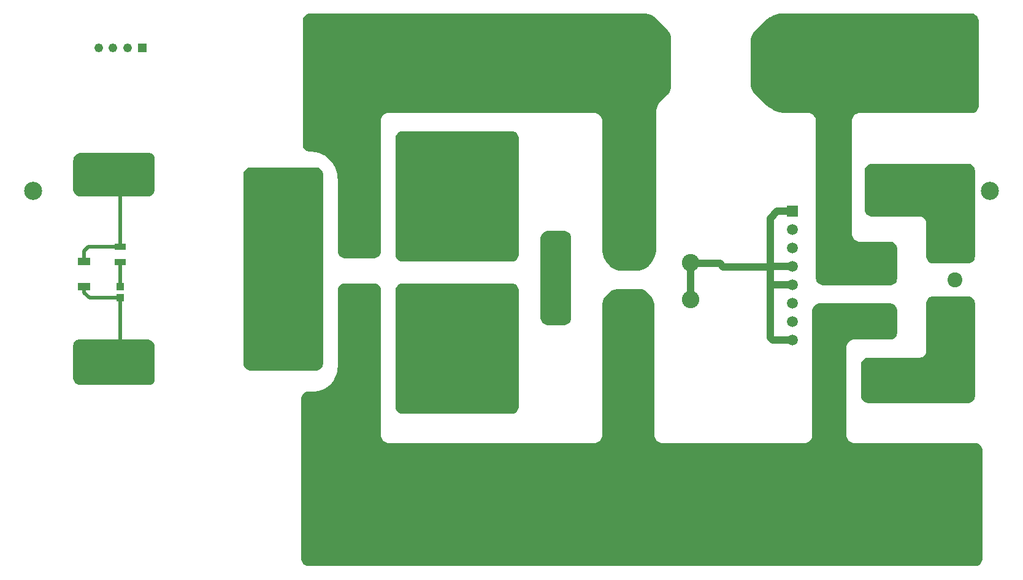
<source format=gbl>
G04 Layer_Physical_Order=2*
G04 Layer_Color=16711680*
%FSLAX44Y44*%
%MOMM*%
G71*
G01*
G75*
%ADD11R,1.1000X1.0000*%
%ADD15R,1.5000X0.9000*%
%ADD19C,0.5000*%
%ADD21C,1.0000*%
%ADD22C,2.5000*%
%ADD23C,2.0566*%
%ADD25C,2.4130*%
%ADD26C,1.2192*%
%ADD27R,1.2192X1.2192*%
%ADD28C,3.0000*%
%ADD29R,1.5000X1.5000*%
%ADD30C,1.5000*%
%ADD31C,1.2000*%
%ADD32R,3.5000X1.0500*%
%ADD33R,1.7500X1.1000*%
G36*
X492917Y439616D02*
X494737Y438862D01*
X496375Y437767D01*
X497767Y436374D01*
X498862Y434736D01*
X499615Y432916D01*
X499958Y431189D01*
X499999Y430033D01*
Y429999D01*
X499999Y429999D01*
X500000Y429999D01*
Y240000D01*
X500000Y230000D01*
X500048Y229020D01*
X500430Y227097D01*
X501180Y225286D01*
X502269Y223656D01*
X503655Y222270D01*
X505285Y221181D01*
X507096Y220431D01*
X509019Y220048D01*
X509999Y220000D01*
X520000Y220000D01*
X795000Y220000D01*
X795980Y220048D01*
X797903Y220431D01*
X799714Y221181D01*
X801344Y222270D01*
X802730Y223656D01*
X803819Y225286D01*
X804569Y227097D01*
X804952Y229020D01*
X805000Y230000D01*
X805000Y230000D01*
X805000Y408757D01*
X805000Y410836D01*
X805811Y414913D01*
X807402Y418754D01*
X809712Y422211D01*
X811181Y423681D01*
X811182Y423682D01*
X815985Y428485D01*
X818931Y430453D01*
X822204Y431808D01*
X825678Y432499D01*
X827449Y432499D01*
X827450Y432500D01*
X855965Y432500D01*
X857519Y432500D01*
X860567Y431894D01*
X863438Y430704D01*
X866022Y428977D01*
X867121Y427878D01*
X867120Y427878D01*
X867122Y427878D01*
X871171Y423828D01*
X872676Y422324D01*
X875041Y418785D01*
X876670Y414852D01*
X877499Y410678D01*
X877499Y408549D01*
X877499Y408549D01*
X877500Y408549D01*
X877500Y230500D01*
X877550Y229471D01*
X877952Y227452D01*
X878739Y225550D01*
X879883Y223839D01*
X881338Y222383D01*
X883050Y221240D01*
X884951Y220452D01*
X886970Y220051D01*
X887999Y220000D01*
X1085000D01*
X1085980Y220048D01*
X1087903Y220431D01*
X1089714Y221181D01*
X1091344Y222270D01*
X1092729Y223656D01*
X1093819Y225286D01*
X1094569Y227097D01*
X1094951Y229019D01*
X1094999Y229999D01*
X1095000Y230000D01*
Y402000D01*
X1095000Y403034D01*
X1095403Y405063D01*
X1096195Y406973D01*
X1097344Y408693D01*
X1098806Y410155D01*
X1100526Y411305D01*
X1102437Y412096D01*
X1104465Y412500D01*
X1105500Y412500D01*
X1105500Y412500D01*
X1155000D01*
X1202500Y412500D01*
X1203485Y412500D01*
X1205417Y412116D01*
X1207237Y411362D01*
X1208875Y410267D01*
X1210267Y408874D01*
X1211362Y407237D01*
X1212115Y405416D01*
X1212459Y403690D01*
X1212499Y402515D01*
Y402500D01*
X1212499Y402500D01*
X1212500Y402499D01*
X1212500Y372500D01*
X1212500Y371515D01*
X1212116Y369583D01*
X1211362Y367763D01*
X1210267Y366125D01*
X1208875Y364732D01*
X1207237Y363638D01*
X1205417Y362884D01*
X1203748Y362552D01*
X1202500Y362500D01*
Y362500D01*
X1152500Y362500D01*
X1151520Y362452D01*
X1149597Y362069D01*
X1147786Y361319D01*
X1146156Y360230D01*
X1144770Y358844D01*
X1143681Y357214D01*
X1142930Y355403D01*
X1142588Y353679D01*
X1142548Y353480D01*
X1142500Y352501D01*
X1142500Y352500D01*
X1142500D01*
X1142500Y352500D01*
X1142500Y230500D01*
X1142551Y229471D01*
X1142952Y227452D01*
X1143739Y225550D01*
X1144883Y223839D01*
X1146338Y222383D01*
X1148050Y221240D01*
X1149951Y220452D01*
X1151970Y220051D01*
X1153000Y220000D01*
X1320000Y220000D01*
X1320985Y220000D01*
X1322917Y219616D01*
X1324737Y218862D01*
X1326375Y217767D01*
X1327767Y216374D01*
X1328862Y214736D01*
X1329615Y212917D01*
X1329959Y211186D01*
X1329999Y210019D01*
Y210000D01*
X1329999Y210000D01*
X1330000Y209999D01*
X1330000Y60000D01*
X1330000Y59015D01*
X1329616Y57083D01*
X1328862Y55263D01*
X1327767Y53625D01*
X1326375Y52232D01*
X1324736Y51138D01*
X1322917Y50384D01*
X1320984Y50000D01*
X1320000Y50000D01*
X400000D01*
X399015Y50000D01*
X397083Y50384D01*
X395263Y51138D01*
X393625Y52232D01*
X392233Y53625D01*
X391138Y55262D01*
X390384Y57082D01*
X390000Y59014D01*
X390000Y59999D01*
X390000Y281000D01*
Y281985D01*
X390384Y283917D01*
X391138Y285737D01*
X392232Y287375D01*
X393625Y288767D01*
X395263Y289862D01*
X397083Y290616D01*
X399015Y291000D01*
X400000D01*
Y291000D01*
X406000Y291000D01*
X408224Y291073D01*
X412633Y291653D01*
X416929Y292804D01*
X421038Y294506D01*
X424889Y296730D01*
X428418Y299437D01*
X431562Y302582D01*
X434270Y306111D01*
X436493Y309962D01*
X438195Y314071D01*
X439347Y318367D01*
X439927Y322776D01*
X440000Y325000D01*
X440000Y325000D01*
Y430000D01*
X440000Y430985D01*
X440384Y432916D01*
X441138Y434736D01*
X442232Y436374D01*
X443625Y437767D01*
X445263Y438861D01*
X447082Y439615D01*
X449014Y439999D01*
X449999Y439999D01*
X449999Y439999D01*
X490000Y440000D01*
X490985D01*
X492917Y439616D01*
D02*
G37*
G36*
X402500Y812500D02*
X422500Y812500D01*
X862549Y812500D01*
X862550Y812499D01*
X862550Y812499D01*
X864916Y812500D01*
X869557Y811577D01*
X873928Y809766D01*
X877863Y807138D01*
X879536Y805464D01*
X896171Y788829D01*
X896171Y788828D01*
Y788828D01*
X897082Y787918D01*
X898512Y785777D01*
X899498Y783398D01*
X900000Y780873D01*
X900000Y779586D01*
X900000Y710828D01*
X899999Y710828D01*
X899999Y709442D01*
X899459Y706724D01*
X898398Y704163D01*
X896859Y701859D01*
X895879Y700879D01*
X886828Y691828D01*
X886828Y691828D01*
X885292Y690133D01*
X882753Y686333D01*
X881004Y682111D01*
X880112Y677628D01*
X880000Y675343D01*
X880000Y489799D01*
X879999Y489799D01*
X879999Y488043D01*
X879655Y484550D01*
X878971Y481107D01*
X877952Y477748D01*
X876608Y474505D01*
X874954Y471409D01*
X873003Y468490D01*
X870777Y465777D01*
X869536Y464535D01*
X869535Y464535D01*
X867862Y462862D01*
X863928Y460234D01*
X859557Y458423D01*
X854916Y457500D01*
X852550Y457500D01*
X831036Y457500D01*
X829006Y457500D01*
X825025Y458292D01*
X821274Y459845D01*
X817899Y462100D01*
X816464Y463535D01*
X815137Y464743D01*
X812733Y467407D01*
X810602Y470294D01*
X808764Y473376D01*
X808000Y475000D01*
X808000Y475000D01*
X808000Y475000D01*
X807231Y476928D01*
X806079Y480917D01*
X805324Y485000D01*
X804972Y489137D01*
X805000Y491213D01*
X805000Y665000D01*
X805000Y665000D01*
X805000Y665000D01*
X804997Y665038D01*
X804951Y665980D01*
X804911Y666179D01*
X804569Y667902D01*
X803819Y669714D01*
X802730Y671344D01*
X801344Y672730D01*
X799714Y673819D01*
X797903Y674569D01*
X795980Y674952D01*
X795000Y675000D01*
X509000Y675000D01*
X508999Y674999D01*
X508117Y674956D01*
X506387Y674611D01*
X504757Y673936D01*
X503290Y672956D01*
X502043Y671709D01*
X501063Y670242D01*
X500387Y668612D01*
X500043Y666882D01*
X500000Y666000D01*
X500000Y485000D01*
X499999Y484999D01*
X499999Y484014D01*
X499615Y482082D01*
X498861Y480263D01*
X497767Y478625D01*
X496374Y477232D01*
X494736Y476138D01*
X492917Y475384D01*
X490985Y475000D01*
X490000Y475000D01*
X449999D01*
X449014Y475000D01*
X447082Y475384D01*
X445262Y476138D01*
X443625Y477233D01*
X442232Y478625D01*
X441138Y480263D01*
X440384Y482083D01*
X440000Y484015D01*
X440000Y485000D01*
X440000Y582515D01*
X440000Y583911D01*
X440000D01*
X440000Y583911D01*
X439919Y586399D01*
X439271Y591335D01*
X437987Y596144D01*
X436087Y600745D01*
X433606Y605060D01*
X430584Y609015D01*
X427073Y612544D01*
X423132Y615585D01*
X418830Y618088D01*
X414238Y620010D01*
X409436Y621318D01*
X404503Y621990D01*
X402015Y622084D01*
X400619Y622091D01*
X399768Y622095D01*
X398102Y622434D01*
X396533Y623091D01*
X395122Y624040D01*
X393922Y625246D01*
X392980Y626661D01*
X392331Y628234D01*
X392000Y629902D01*
X392000Y630752D01*
Y802000D01*
Y803034D01*
X392403Y805063D01*
X393195Y806974D01*
X394344Y808693D01*
X395807Y810156D01*
X397527Y811305D01*
X399437Y812097D01*
X401466Y812500D01*
X402500Y812500D01*
D02*
G37*
G36*
X177500Y362500D02*
X177500Y362500D01*
X177503D01*
X178674Y362462D01*
X180417Y362116D01*
X182237Y361362D01*
X183875Y360267D01*
X185267Y358875D01*
X186362Y357237D01*
X187116Y355417D01*
X187500Y353485D01*
Y352500D01*
X187500Y307500D01*
X187500Y307500D01*
Y306761D01*
X187212Y305312D01*
X186646Y303947D01*
X185826Y302719D01*
X184781Y301674D01*
X183553Y300854D01*
X182188Y300288D01*
X180739Y300000D01*
X180000D01*
X85000Y300000D01*
X84015D01*
X82083Y300384D01*
X80263Y301138D01*
X78625Y302232D01*
X77232Y303625D01*
X76138Y305263D01*
X75384Y307083D01*
X75000Y309015D01*
Y310000D01*
X75000Y355000D01*
X75000Y355000D01*
X75098Y356230D01*
X75288Y357188D01*
X75854Y358553D01*
X76674Y359781D01*
X77719Y360826D01*
X78947Y361646D01*
X80312Y362212D01*
X81761Y362500D01*
X82500Y362500D01*
X177500Y362500D01*
X177500Y362500D01*
D02*
G37*
G36*
X530000Y440000D02*
X680000D01*
X680000Y440000D01*
X680000Y440000D01*
X680004D01*
X681174Y439962D01*
X682917Y439616D01*
X684737Y438862D01*
X686375Y437767D01*
X687767Y436375D01*
X688862Y434737D01*
X689616Y432917D01*
X690000Y430985D01*
Y430000D01*
X690000Y270000D01*
X690000Y270000D01*
Y269015D01*
X689616Y267083D01*
X688862Y265263D01*
X687767Y263625D01*
X686375Y262232D01*
X684737Y261138D01*
X682917Y260384D01*
X680985Y260000D01*
X680000D01*
X530000Y260000D01*
X529015Y260000D01*
X527083Y260384D01*
X525263Y261138D01*
X523625Y262232D01*
X522233Y263625D01*
X521138Y265263D01*
X520384Y267083D01*
X520000Y269015D01*
Y270000D01*
X520000Y430000D01*
X520000Y430000D01*
X520052Y431248D01*
X520384Y432917D01*
X521138Y434737D01*
X522232Y436375D01*
X523625Y437767D01*
X525263Y438862D01*
X527083Y439616D01*
X529015Y440000D01*
X530000Y440000D01*
D02*
G37*
G36*
X1262500Y422500D02*
X1309500D01*
X1309500Y422500D01*
X1309500Y422500D01*
X1309509D01*
X1310695Y422468D01*
X1312563Y422096D01*
X1314473Y421305D01*
X1316193Y420156D01*
X1317656Y418693D01*
X1318805Y416974D01*
X1319596Y415063D01*
X1320000Y413034D01*
X1320000Y412000D01*
X1320000Y285000D01*
X1320000Y285000D01*
Y284015D01*
X1319615Y282083D01*
X1318862Y280263D01*
X1317767Y278625D01*
X1316374Y277232D01*
X1314737Y276138D01*
X1312917Y275384D01*
X1310985Y275000D01*
X1310000D01*
X1173000Y275000D01*
X1171966Y275000D01*
X1169937Y275403D01*
X1168026Y276195D01*
X1166307Y277344D01*
X1164844Y278807D01*
X1163695Y280526D01*
X1162904Y282437D01*
X1162500Y284466D01*
Y285500D01*
X1162500Y327500D01*
X1162500Y327500D01*
X1162552Y328748D01*
X1162884Y330417D01*
X1163638Y332237D01*
X1164732Y333875D01*
X1166125Y335267D01*
X1167763Y336362D01*
X1169583Y337116D01*
X1171515Y337500D01*
X1172500Y337500D01*
X1242500Y337500D01*
X1242500Y337500D01*
Y337500D01*
X1243480Y337548D01*
X1243670Y337586D01*
X1245403Y337931D01*
X1247214Y338681D01*
X1248844Y339770D01*
X1250230Y341156D01*
X1251319Y342786D01*
X1252069Y344597D01*
X1252452Y346520D01*
X1252500Y347500D01*
Y412500D01*
X1252500Y413485D01*
X1252884Y415417D01*
X1253638Y417237D01*
X1254732Y418875D01*
X1256125Y420267D01*
X1257763Y421362D01*
X1259583Y422116D01*
X1261515Y422500D01*
X1262500Y422500D01*
D02*
G37*
G36*
X530000Y650000D02*
X680000Y650000D01*
X680000Y650000D01*
X680000Y650000D01*
X680002D01*
X681188Y649959D01*
X682917Y649616D01*
X684737Y648862D01*
X686375Y647767D01*
X687767Y646375D01*
X688862Y644737D01*
X689616Y642917D01*
X690000Y640985D01*
X690000Y640000D01*
X690000Y480000D01*
X690000Y480000D01*
Y479015D01*
X689615Y477083D01*
X688862Y475263D01*
X687767Y473625D01*
X686375Y472233D01*
X684737Y471138D01*
X682917Y470384D01*
X680985Y470000D01*
X680000D01*
X530000Y470000D01*
X530000Y470000D01*
X529015Y470000D01*
X527083Y470384D01*
X525263Y471138D01*
X523625Y472232D01*
X522232Y473625D01*
X521138Y475263D01*
X520384Y477083D01*
X520000Y479015D01*
X520000Y480000D01*
Y640000D01*
X520000Y640000D01*
X520000Y640000D01*
X520040Y641188D01*
X520384Y642917D01*
X521138Y644737D01*
X522232Y646375D01*
X523625Y647767D01*
X525263Y648862D01*
X527083Y649616D01*
X529015Y650000D01*
X530000Y650000D01*
D02*
G37*
G36*
X180000Y620000D02*
X180000Y620000D01*
X180001D01*
X181174Y619913D01*
X182187Y619712D01*
X183552Y619146D01*
X184781Y618326D01*
X185826Y617281D01*
X186646Y616053D01*
X187212Y614688D01*
X187500Y613239D01*
X187500Y612500D01*
X187500Y570500D01*
X187500D01*
X187500Y569466D01*
X187096Y567437D01*
X186305Y565526D01*
X185156Y563807D01*
X183693Y562344D01*
X181974Y561195D01*
X180063Y560404D01*
X178034Y560000D01*
X177000Y560000D01*
X85000D01*
X85000Y560000D01*
X84015D01*
X82083Y560385D01*
X80263Y561138D01*
X78625Y562233D01*
X77232Y563625D01*
X76138Y565263D01*
X75384Y567083D01*
X75000Y569015D01*
X75000Y610000D01*
X75000Y610000D01*
X75052Y611248D01*
X75384Y612917D01*
X76138Y614737D01*
X77232Y616375D01*
X78625Y617767D01*
X80263Y618862D01*
X82083Y619616D01*
X84015Y620000D01*
X85000Y620000D01*
X180000Y620000D01*
X180000Y620000D01*
D02*
G37*
G36*
X1135000Y812500D02*
X1314500D01*
X1315534Y812500D01*
X1317563Y812096D01*
X1319474Y811305D01*
X1321193Y810156D01*
X1322656Y808693D01*
X1323805Y806973D01*
X1324596Y805062D01*
X1324967Y803195D01*
X1324999Y802024D01*
Y802000D01*
X1324999Y802000D01*
X1325000Y801999D01*
X1325000Y685000D01*
X1325000Y684015D01*
X1324616Y682083D01*
X1323862Y680263D01*
X1322767Y678625D01*
X1321375Y677232D01*
X1319737Y676138D01*
X1317917Y675384D01*
X1316229Y675048D01*
X1315000Y675000D01*
X1315000Y675000D01*
Y675000D01*
X1315000Y675000D01*
X1160000Y675000D01*
X1159020Y674952D01*
X1157097Y674569D01*
X1155286Y673819D01*
X1153656Y672730D01*
X1152270Y671344D01*
X1151180Y669714D01*
X1150430Y667903D01*
X1150094Y666212D01*
X1150048Y665980D01*
X1150000Y665001D01*
X1150000Y665000D01*
X1150000D01*
X1150000Y665000D01*
X1150000Y508000D01*
X1150051Y506971D01*
X1150452Y504952D01*
X1151240Y503050D01*
X1152383Y501339D01*
X1153839Y499883D01*
X1155550Y498740D01*
X1157452Y497952D01*
X1159471Y497551D01*
X1160500Y497500D01*
X1202500Y497500D01*
X1203485Y497500D01*
X1205417Y497116D01*
X1207237Y496362D01*
X1208875Y495267D01*
X1210267Y493874D01*
X1211362Y492237D01*
X1212115Y490416D01*
X1212456Y488702D01*
X1212499Y487514D01*
Y487500D01*
X1212499Y487500D01*
X1212500Y487499D01*
X1212500Y447500D01*
X1212500Y446515D01*
X1212116Y444583D01*
X1211362Y442763D01*
X1210267Y441125D01*
X1208875Y439732D01*
X1207237Y438638D01*
X1205417Y437884D01*
X1203748Y437552D01*
X1202500Y437500D01*
Y437500D01*
X1110500Y437500D01*
X1109466D01*
X1107437Y437904D01*
X1105526Y438695D01*
X1103807Y439844D01*
X1102344Y441307D01*
X1101195Y443026D01*
X1100404Y444937D01*
X1100000Y446966D01*
Y448000D01*
X1100000Y665000D01*
X1099952Y665980D01*
X1099569Y667903D01*
X1098819Y669714D01*
X1097730Y671344D01*
X1096344Y672730D01*
X1094714Y673819D01*
X1092902Y674569D01*
X1091184Y674910D01*
X1090980Y674951D01*
X1090030Y674998D01*
X1090000Y675000D01*
X1090000Y675000D01*
X1090000Y675000D01*
X1061050Y675000D01*
X1058955Y675000D01*
X1054785Y675396D01*
X1050671Y676185D01*
X1046650Y677359D01*
X1042758Y678908D01*
X1039031Y680818D01*
X1035500Y683072D01*
X1032198Y685650D01*
X1030677Y687089D01*
X1030677Y687089D01*
X1030677Y687089D01*
X1016770Y700244D01*
X1015166Y701761D01*
X1012637Y705380D01*
X1010891Y709436D01*
X1010000Y713760D01*
Y715967D01*
X1010000Y715967D01*
X1010000Y774097D01*
X1010000Y776125D01*
X1010826Y780098D01*
X1012443Y783818D01*
X1014783Y787132D01*
X1016267Y788516D01*
X1016267Y788516D01*
X1033259Y804373D01*
X1034297Y805341D01*
X1036545Y807075D01*
X1038946Y808591D01*
X1041478Y809874D01*
X1044119Y810915D01*
X1046846Y811704D01*
X1049635Y812234D01*
X1052461Y812500D01*
X1053881Y812500D01*
X1053881Y812500D01*
X1135000Y812500D01*
D02*
G37*
G36*
X1310000Y605000D02*
X1310000Y605000D01*
X1310009D01*
X1311179Y604961D01*
X1312917Y604616D01*
X1314737Y603862D01*
X1316375Y602767D01*
X1317767Y601375D01*
X1318862Y599737D01*
X1319616Y597917D01*
X1320000Y595985D01*
X1320000Y595000D01*
X1320000Y478000D01*
X1320000D01*
X1320000Y476966D01*
X1319596Y474937D01*
X1318805Y473026D01*
X1317656Y471307D01*
X1316193Y469844D01*
X1314474Y468695D01*
X1312563Y467904D01*
X1310534Y467500D01*
X1309500Y467500D01*
X1262500Y467500D01*
X1261515D01*
X1259583Y467884D01*
X1257763Y468638D01*
X1256125Y469733D01*
X1254733Y471125D01*
X1253638Y472763D01*
X1252884Y474583D01*
X1252500Y476515D01*
X1252500Y477500D01*
X1252500Y522500D01*
X1252500Y522500D01*
X1252500Y522500D01*
X1252500Y522506D01*
X1252452Y523480D01*
X1252414Y523672D01*
X1252069Y525403D01*
X1251319Y527214D01*
X1250230Y528844D01*
X1248844Y530230D01*
X1247214Y531319D01*
X1245403Y532069D01*
X1243480Y532452D01*
X1242500Y532500D01*
X1177500Y532500D01*
X1177500Y532500D01*
X1176515D01*
X1174583Y532884D01*
X1172763Y533638D01*
X1171125Y534733D01*
X1169732Y536125D01*
X1168638Y537763D01*
X1167884Y539583D01*
X1167500Y541515D01*
X1167500Y542500D01*
X1167500Y594500D01*
X1167500Y594500D01*
X1167543Y595752D01*
X1167903Y597563D01*
X1168695Y599474D01*
X1169844Y601193D01*
X1171307Y602656D01*
X1173026Y603805D01*
X1174937Y604596D01*
X1176966Y605000D01*
X1178000Y605000D01*
X1310000Y605000D01*
X1310000Y605000D01*
D02*
G37*
G36*
X752500Y512500D02*
X752500Y512500D01*
X752505D01*
X753683Y512460D01*
X755417Y512116D01*
X757237Y511362D01*
X758875Y510267D01*
X760267Y508875D01*
X761362Y507237D01*
X762116Y505417D01*
X762500Y503485D01*
X762500Y502500D01*
X762500Y392500D01*
X762500Y392500D01*
X762500Y391515D01*
X762116Y389583D01*
X761362Y387763D01*
X760267Y386125D01*
X758875Y384733D01*
X757237Y383638D01*
X755417Y382884D01*
X753485Y382500D01*
X730500D01*
X730500Y382500D01*
X729466Y382500D01*
X727437Y382904D01*
X725526Y383695D01*
X723807Y384844D01*
X722344Y386307D01*
X721195Y388026D01*
X720403Y389937D01*
X720000Y391966D01*
X720000Y393000D01*
X720000Y502000D01*
X720000Y502000D01*
X720000Y502000D01*
X720028Y503174D01*
X720404Y505063D01*
X721195Y506974D01*
X722344Y508693D01*
X723807Y510156D01*
X725526Y511305D01*
X727437Y512096D01*
X729466Y512500D01*
X730500Y512500D01*
X752500Y512500D01*
X752500Y512500D01*
D02*
G37*
G36*
X412917Y599616D02*
X414737Y598862D01*
X416375Y597767D01*
X417767Y596375D01*
X418862Y594737D01*
X419616Y592917D01*
X419959Y591188D01*
X420000Y590006D01*
Y590000D01*
X420000Y590000D01*
X420000Y590000D01*
X420000Y330000D01*
X420000Y329015D01*
X419616Y327083D01*
X418862Y325263D01*
X417767Y323625D01*
X416375Y322232D01*
X414737Y321138D01*
X412917Y320384D01*
X410985Y320000D01*
X410000Y320000D01*
Y320000D01*
X320000Y320000D01*
X319015Y320000D01*
X317083Y320384D01*
X315263Y321138D01*
X313625Y322232D01*
X312232Y323625D01*
X311138Y325263D01*
X310384Y327083D01*
X310000Y329015D01*
X310000Y330000D01*
X310000Y590000D01*
X310000Y590985D01*
X310384Y592917D01*
X311138Y594737D01*
X312232Y596374D01*
X313625Y597767D01*
X315263Y598862D01*
X317083Y599615D01*
X319015Y600000D01*
X320000Y600000D01*
X320000Y600000D01*
X410000Y600000D01*
X410985Y600000D01*
X412917Y599616D01*
D02*
G37*
D11*
X140000Y436000D02*
D03*
Y420000D02*
D03*
D15*
Y469500D02*
D03*
Y490500D02*
D03*
D19*
Y436000D02*
Y469500D01*
Y353300D02*
X160300Y333000D01*
X140000Y353300D02*
Y420000D01*
X97500D02*
X140000D01*
X90000Y427500D02*
X97500Y420000D01*
X90000Y427500D02*
Y435500D01*
X95500Y490500D02*
X140000D01*
X90000Y485000D02*
X95500Y490500D01*
X90000Y470000D02*
Y485000D01*
X140800Y567500D02*
X160300Y587000D01*
X140000Y567500D02*
X140800D01*
X140000Y490500D02*
Y567500D01*
D21*
X927500Y417500D02*
Y468300D01*
X928300Y467500D01*
X967500D01*
X972500Y462500D01*
X1037500D01*
Y437500D02*
Y462500D01*
Y365000D02*
Y437500D01*
X1037900Y437900D01*
X1067500D01*
X1037500Y462500D02*
Y530000D01*
Y462500D02*
X1038300Y463300D01*
X1067500D01*
X1047000Y539500D02*
X1067500D01*
X1037500Y530000D02*
X1047000Y539500D01*
X1037500Y365000D02*
X1040800Y361700D01*
X1067500D01*
D22*
X740000Y413350D02*
D03*
Y146650D02*
D03*
Y482650D02*
D03*
Y757350D02*
D03*
X20000Y568000D02*
D03*
X1340000D02*
D03*
D23*
X1292500Y405000D02*
D03*
Y444599D02*
D03*
Y484197D02*
D03*
D25*
X630000Y330000D02*
D03*
Y380800D02*
D03*
X1293300Y132500D02*
D03*
X1242500D02*
D03*
X1235000Y737000D02*
D03*
X1285800D02*
D03*
X630000Y590800D02*
D03*
Y540000D02*
D03*
X927500Y468300D02*
D03*
Y417500D02*
D03*
D26*
X109999Y765000D02*
D03*
X130002D02*
D03*
X150000D02*
D03*
D27*
X169998D02*
D03*
D28*
X545500Y565800D02*
D03*
Y514200D02*
D03*
Y405800D02*
D03*
Y354200D02*
D03*
X467000Y565800D02*
D03*
Y514200D02*
D03*
Y405800D02*
D03*
Y354200D02*
D03*
X396900Y565800D02*
D03*
Y514200D02*
D03*
Y405800D02*
D03*
Y354200D02*
D03*
X108700Y333000D02*
D03*
X160300D02*
D03*
X108700Y587000D02*
D03*
X160300D02*
D03*
X1185000Y465000D02*
D03*
Y315000D02*
D03*
Y565000D02*
D03*
Y390000D02*
D03*
D29*
X1067500Y539500D02*
D03*
D30*
Y514100D02*
D03*
Y488700D02*
D03*
Y463300D02*
D03*
Y437900D02*
D03*
Y412500D02*
D03*
Y387100D02*
D03*
Y361700D02*
D03*
D31*
X556000Y796000D02*
D03*
Y766000D02*
D03*
Y736000D02*
D03*
Y706000D02*
D03*
X526000Y796000D02*
D03*
Y766000D02*
D03*
Y736000D02*
D03*
Y706000D02*
D03*
X496000Y796000D02*
D03*
Y766000D02*
D03*
Y736000D02*
D03*
Y706000D02*
D03*
X466000Y796000D02*
D03*
Y766000D02*
D03*
Y736000D02*
D03*
Y706000D02*
D03*
Y676000D02*
D03*
Y646000D02*
D03*
Y616000D02*
D03*
X436000Y796000D02*
D03*
Y766000D02*
D03*
Y736000D02*
D03*
Y706000D02*
D03*
Y676000D02*
D03*
Y646000D02*
D03*
Y616000D02*
D03*
X826000D02*
D03*
Y556000D02*
D03*
Y646000D02*
D03*
Y676000D02*
D03*
X856000Y556000D02*
D03*
Y616000D02*
D03*
Y646000D02*
D03*
X796000Y736000D02*
D03*
X826000Y796000D02*
D03*
X856000Y766000D02*
D03*
X586000Y196000D02*
D03*
Y166000D02*
D03*
Y136000D02*
D03*
Y106000D02*
D03*
Y76000D02*
D03*
X556000Y196000D02*
D03*
Y166000D02*
D03*
Y136000D02*
D03*
Y106000D02*
D03*
Y76000D02*
D03*
X526000Y196000D02*
D03*
Y166000D02*
D03*
Y136000D02*
D03*
Y106000D02*
D03*
Y76000D02*
D03*
X496000Y196000D02*
D03*
Y166000D02*
D03*
Y136000D02*
D03*
Y106000D02*
D03*
Y76000D02*
D03*
X466000Y316000D02*
D03*
Y286000D02*
D03*
Y256000D02*
D03*
Y226000D02*
D03*
Y196000D02*
D03*
Y166000D02*
D03*
Y136000D02*
D03*
Y106000D02*
D03*
Y76000D02*
D03*
X436000Y286000D02*
D03*
Y256000D02*
D03*
Y226000D02*
D03*
Y196000D02*
D03*
Y166000D02*
D03*
Y136000D02*
D03*
Y106000D02*
D03*
Y76000D02*
D03*
X406000Y256000D02*
D03*
Y226000D02*
D03*
Y196000D02*
D03*
Y166000D02*
D03*
Y136000D02*
D03*
Y106000D02*
D03*
Y76000D02*
D03*
X856000Y256000D02*
D03*
Y346000D02*
D03*
Y316000D02*
D03*
X1006000Y106000D02*
D03*
X1036000Y76000D02*
D03*
X1066000D02*
D03*
X1126000D02*
D03*
X1066000Y106000D02*
D03*
Y136000D02*
D03*
X1096000D02*
D03*
X1126000D02*
D03*
X1216000Y76000D02*
D03*
X1186000Y106000D02*
D03*
X1305999Y76000D02*
D03*
X1216000Y136000D02*
D03*
X1246000Y106000D02*
D03*
X1126000Y166000D02*
D03*
X1036000Y196000D02*
D03*
X1096000D02*
D03*
X1006000D02*
D03*
X1156000Y166000D02*
D03*
X1186000D02*
D03*
X1246000D02*
D03*
X1276000D02*
D03*
X1305999D02*
D03*
X1156000Y196000D02*
D03*
X1216000D02*
D03*
X1246000D02*
D03*
X1276000D02*
D03*
X1006000Y136000D02*
D03*
X1156000Y76000D02*
D03*
X1186000D02*
D03*
X1126000Y106000D02*
D03*
X1156000D02*
D03*
X1276000D02*
D03*
X1006000Y166000D02*
D03*
X1066000D02*
D03*
X1096000D02*
D03*
X1156000Y136000D02*
D03*
X1186000Y196000D02*
D03*
X1305999D02*
D03*
X856000Y286000D02*
D03*
X826000Y346000D02*
D03*
Y316000D02*
D03*
Y286000D02*
D03*
Y256000D02*
D03*
X1305999Y106000D02*
D03*
X1246000Y76000D02*
D03*
X1216000Y166000D02*
D03*
Y106000D02*
D03*
X1186000Y136000D02*
D03*
X1126000Y196000D02*
D03*
X1096000Y106000D02*
D03*
Y76000D02*
D03*
X1066000Y196000D02*
D03*
X1036000Y166000D02*
D03*
Y136000D02*
D03*
Y106000D02*
D03*
X1006000Y76000D02*
D03*
X886000Y766000D02*
D03*
Y736000D02*
D03*
Y706000D02*
D03*
X856000Y796000D02*
D03*
Y736000D02*
D03*
Y706000D02*
D03*
Y676000D02*
D03*
Y586000D02*
D03*
X826000Y766000D02*
D03*
Y736000D02*
D03*
Y706000D02*
D03*
Y586000D02*
D03*
X796000Y796000D02*
D03*
Y766000D02*
D03*
Y706000D02*
D03*
X1305999Y796000D02*
D03*
Y766000D02*
D03*
Y706000D02*
D03*
X1276000Y796000D02*
D03*
Y766000D02*
D03*
Y706000D02*
D03*
X1246000Y796000D02*
D03*
Y766000D02*
D03*
Y706000D02*
D03*
X1216000Y796000D02*
D03*
Y766000D02*
D03*
Y706000D02*
D03*
X1186000Y796000D02*
D03*
Y766000D02*
D03*
Y736000D02*
D03*
Y706000D02*
D03*
X1156000Y796000D02*
D03*
Y766000D02*
D03*
Y736000D02*
D03*
Y706000D02*
D03*
X1126000Y796000D02*
D03*
Y766000D02*
D03*
Y736000D02*
D03*
Y706000D02*
D03*
X1096000Y796000D02*
D03*
Y766000D02*
D03*
Y736000D02*
D03*
Y706000D02*
D03*
X1066000Y796000D02*
D03*
Y766000D02*
D03*
Y736000D02*
D03*
Y706000D02*
D03*
X1036000Y796000D02*
D03*
Y766000D02*
D03*
Y736000D02*
D03*
Y706000D02*
D03*
D32*
X842500Y470250D02*
D03*
Y424750D02*
D03*
D33*
X90000Y435500D02*
D03*
Y470000D02*
D03*
M02*

</source>
